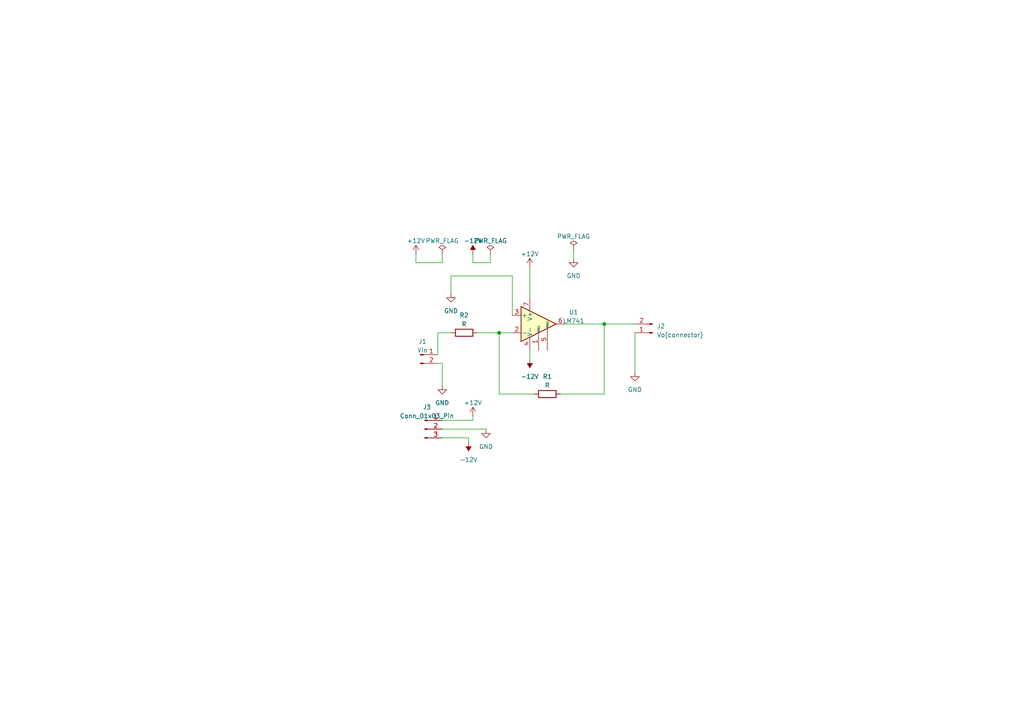
<source format=kicad_sch>
(kicad_sch (version 20230121) (generator eeschema)

  (uuid 2d447fb4-6709-44cc-bcf5-3a7d94852640)

  (paper "A4")

  (lib_symbols
    (symbol "Amplifier_Operational:LM741" (pin_names (offset 0.127)) (in_bom yes) (on_board yes)
      (property "Reference" "U" (at 0 6.35 0)
        (effects (font (size 1.27 1.27)) (justify left))
      )
      (property "Value" "LM741" (at 0 3.81 0)
        (effects (font (size 1.27 1.27)) (justify left))
      )
      (property "Footprint" "" (at 1.27 1.27 0)
        (effects (font (size 1.27 1.27)) hide)
      )
      (property "Datasheet" "http://www.ti.com/lit/ds/symlink/lm741.pdf" (at 3.81 3.81 0)
        (effects (font (size 1.27 1.27)) hide)
      )
      (property "ki_keywords" "single opamp" (at 0 0 0)
        (effects (font (size 1.27 1.27)) hide)
      )
      (property "ki_description" "Operational Amplifier, DIP-8/TO-99-8" (at 0 0 0)
        (effects (font (size 1.27 1.27)) hide)
      )
      (property "ki_fp_filters" "SOIC*3.9x4.9mm*P1.27mm* DIP*W7.62mm* TSSOP*3x3mm*P0.65mm*" (at 0 0 0)
        (effects (font (size 1.27 1.27)) hide)
      )
      (symbol "LM741_0_1"
        (polyline
          (pts
            (xy -5.08 5.08)
            (xy 5.08 0)
            (xy -5.08 -5.08)
            (xy -5.08 5.08)
          )
          (stroke (width 0.254) (type default))
          (fill (type background))
        )
      )
      (symbol "LM741_1_1"
        (pin input line (at 0 -7.62 90) (length 5.08)
          (name "NULL" (effects (font (size 0.508 0.508))))
          (number "1" (effects (font (size 1.27 1.27))))
        )
        (pin input line (at -7.62 -2.54 0) (length 2.54)
          (name "-" (effects (font (size 1.27 1.27))))
          (number "2" (effects (font (size 1.27 1.27))))
        )
        (pin input line (at -7.62 2.54 0) (length 2.54)
          (name "+" (effects (font (size 1.27 1.27))))
          (number "3" (effects (font (size 1.27 1.27))))
        )
        (pin power_in line (at -2.54 -7.62 90) (length 3.81)
          (name "V-" (effects (font (size 1.27 1.27))))
          (number "4" (effects (font (size 1.27 1.27))))
        )
        (pin input line (at 2.54 -7.62 90) (length 6.35)
          (name "NULL" (effects (font (size 0.508 0.508))))
          (number "5" (effects (font (size 1.27 1.27))))
        )
        (pin output line (at 7.62 0 180) (length 2.54)
          (name "~" (effects (font (size 1.27 1.27))))
          (number "6" (effects (font (size 1.27 1.27))))
        )
        (pin power_in line (at -2.54 7.62 270) (length 3.81)
          (name "V+" (effects (font (size 1.27 1.27))))
          (number "7" (effects (font (size 1.27 1.27))))
        )
        (pin no_connect line (at 0 2.54 270) (length 2.54) hide
          (name "NC" (effects (font (size 1.27 1.27))))
          (number "8" (effects (font (size 1.27 1.27))))
        )
      )
    )
    (symbol "Connector:Conn_01x02_Pin" (pin_names (offset 1.016) hide) (in_bom yes) (on_board yes)
      (property "Reference" "J" (at 0 2.54 0)
        (effects (font (size 1.27 1.27)))
      )
      (property "Value" "Conn_01x02_Pin" (at 0 -5.08 0)
        (effects (font (size 1.27 1.27)))
      )
      (property "Footprint" "" (at 0 0 0)
        (effects (font (size 1.27 1.27)) hide)
      )
      (property "Datasheet" "~" (at 0 0 0)
        (effects (font (size 1.27 1.27)) hide)
      )
      (property "ki_locked" "" (at 0 0 0)
        (effects (font (size 1.27 1.27)))
      )
      (property "ki_keywords" "connector" (at 0 0 0)
        (effects (font (size 1.27 1.27)) hide)
      )
      (property "ki_description" "Generic connector, single row, 01x02, script generated" (at 0 0 0)
        (effects (font (size 1.27 1.27)) hide)
      )
      (property "ki_fp_filters" "Connector*:*_1x??_*" (at 0 0 0)
        (effects (font (size 1.27 1.27)) hide)
      )
      (symbol "Conn_01x02_Pin_1_1"
        (polyline
          (pts
            (xy 1.27 -2.54)
            (xy 0.8636 -2.54)
          )
          (stroke (width 0.1524) (type default))
          (fill (type none))
        )
        (polyline
          (pts
            (xy 1.27 0)
            (xy 0.8636 0)
          )
          (stroke (width 0.1524) (type default))
          (fill (type none))
        )
        (rectangle (start 0.8636 -2.413) (end 0 -2.667)
          (stroke (width 0.1524) (type default))
          (fill (type outline))
        )
        (rectangle (start 0.8636 0.127) (end 0 -0.127)
          (stroke (width 0.1524) (type default))
          (fill (type outline))
        )
        (pin passive line (at 5.08 0 180) (length 3.81)
          (name "Pin_1" (effects (font (size 1.27 1.27))))
          (number "1" (effects (font (size 1.27 1.27))))
        )
        (pin passive line (at 5.08 -2.54 180) (length 3.81)
          (name "Pin_2" (effects (font (size 1.27 1.27))))
          (number "2" (effects (font (size 1.27 1.27))))
        )
      )
    )
    (symbol "Connector:Conn_01x03_Pin" (pin_names (offset 1.016) hide) (in_bom yes) (on_board yes)
      (property "Reference" "J" (at 0 5.08 0)
        (effects (font (size 1.27 1.27)))
      )
      (property "Value" "Conn_01x03_Pin" (at 0 -5.08 0)
        (effects (font (size 1.27 1.27)))
      )
      (property "Footprint" "" (at 0 0 0)
        (effects (font (size 1.27 1.27)) hide)
      )
      (property "Datasheet" "~" (at 0 0 0)
        (effects (font (size 1.27 1.27)) hide)
      )
      (property "ki_locked" "" (at 0 0 0)
        (effects (font (size 1.27 1.27)))
      )
      (property "ki_keywords" "connector" (at 0 0 0)
        (effects (font (size 1.27 1.27)) hide)
      )
      (property "ki_description" "Generic connector, single row, 01x03, script generated" (at 0 0 0)
        (effects (font (size 1.27 1.27)) hide)
      )
      (property "ki_fp_filters" "Connector*:*_1x??_*" (at 0 0 0)
        (effects (font (size 1.27 1.27)) hide)
      )
      (symbol "Conn_01x03_Pin_1_1"
        (polyline
          (pts
            (xy 1.27 -2.54)
            (xy 0.8636 -2.54)
          )
          (stroke (width 0.1524) (type default))
          (fill (type none))
        )
        (polyline
          (pts
            (xy 1.27 0)
            (xy 0.8636 0)
          )
          (stroke (width 0.1524) (type default))
          (fill (type none))
        )
        (polyline
          (pts
            (xy 1.27 2.54)
            (xy 0.8636 2.54)
          )
          (stroke (width 0.1524) (type default))
          (fill (type none))
        )
        (rectangle (start 0.8636 -2.413) (end 0 -2.667)
          (stroke (width 0.1524) (type default))
          (fill (type outline))
        )
        (rectangle (start 0.8636 0.127) (end 0 -0.127)
          (stroke (width 0.1524) (type default))
          (fill (type outline))
        )
        (rectangle (start 0.8636 2.667) (end 0 2.413)
          (stroke (width 0.1524) (type default))
          (fill (type outline))
        )
        (pin passive line (at 5.08 2.54 180) (length 3.81)
          (name "Pin_1" (effects (font (size 1.27 1.27))))
          (number "1" (effects (font (size 1.27 1.27))))
        )
        (pin passive line (at 5.08 0 180) (length 3.81)
          (name "Pin_2" (effects (font (size 1.27 1.27))))
          (number "2" (effects (font (size 1.27 1.27))))
        )
        (pin passive line (at 5.08 -2.54 180) (length 3.81)
          (name "Pin_3" (effects (font (size 1.27 1.27))))
          (number "3" (effects (font (size 1.27 1.27))))
        )
      )
    )
    (symbol "Device:R" (pin_numbers hide) (pin_names (offset 0)) (in_bom yes) (on_board yes)
      (property "Reference" "R" (at 2.032 0 90)
        (effects (font (size 1.27 1.27)))
      )
      (property "Value" "R" (at 0 0 90)
        (effects (font (size 1.27 1.27)))
      )
      (property "Footprint" "" (at -1.778 0 90)
        (effects (font (size 1.27 1.27)) hide)
      )
      (property "Datasheet" "~" (at 0 0 0)
        (effects (font (size 1.27 1.27)) hide)
      )
      (property "ki_keywords" "R res resistor" (at 0 0 0)
        (effects (font (size 1.27 1.27)) hide)
      )
      (property "ki_description" "Resistor" (at 0 0 0)
        (effects (font (size 1.27 1.27)) hide)
      )
      (property "ki_fp_filters" "R_*" (at 0 0 0)
        (effects (font (size 1.27 1.27)) hide)
      )
      (symbol "R_0_1"
        (rectangle (start -1.016 -2.54) (end 1.016 2.54)
          (stroke (width 0.254) (type default))
          (fill (type none))
        )
      )
      (symbol "R_1_1"
        (pin passive line (at 0 3.81 270) (length 1.27)
          (name "~" (effects (font (size 1.27 1.27))))
          (number "1" (effects (font (size 1.27 1.27))))
        )
        (pin passive line (at 0 -3.81 90) (length 1.27)
          (name "~" (effects (font (size 1.27 1.27))))
          (number "2" (effects (font (size 1.27 1.27))))
        )
      )
    )
    (symbol "power:+12V" (power) (pin_names (offset 0)) (in_bom yes) (on_board yes)
      (property "Reference" "#PWR" (at 0 -3.81 0)
        (effects (font (size 1.27 1.27)) hide)
      )
      (property "Value" "+12V" (at 0 3.556 0)
        (effects (font (size 1.27 1.27)))
      )
      (property "Footprint" "" (at 0 0 0)
        (effects (font (size 1.27 1.27)) hide)
      )
      (property "Datasheet" "" (at 0 0 0)
        (effects (font (size 1.27 1.27)) hide)
      )
      (property "ki_keywords" "global power" (at 0 0 0)
        (effects (font (size 1.27 1.27)) hide)
      )
      (property "ki_description" "Power symbol creates a global label with name \"+12V\"" (at 0 0 0)
        (effects (font (size 1.27 1.27)) hide)
      )
      (symbol "+12V_0_1"
        (polyline
          (pts
            (xy -0.762 1.27)
            (xy 0 2.54)
          )
          (stroke (width 0) (type default))
          (fill (type none))
        )
        (polyline
          (pts
            (xy 0 0)
            (xy 0 2.54)
          )
          (stroke (width 0) (type default))
          (fill (type none))
        )
        (polyline
          (pts
            (xy 0 2.54)
            (xy 0.762 1.27)
          )
          (stroke (width 0) (type default))
          (fill (type none))
        )
      )
      (symbol "+12V_1_1"
        (pin power_in line (at 0 0 90) (length 0) hide
          (name "+12V" (effects (font (size 1.27 1.27))))
          (number "1" (effects (font (size 1.27 1.27))))
        )
      )
    )
    (symbol "power:-12V" (power) (pin_names (offset 0)) (in_bom yes) (on_board yes)
      (property "Reference" "#PWR" (at 0 2.54 0)
        (effects (font (size 1.27 1.27)) hide)
      )
      (property "Value" "-12V" (at 0 3.81 0)
        (effects (font (size 1.27 1.27)))
      )
      (property "Footprint" "" (at 0 0 0)
        (effects (font (size 1.27 1.27)) hide)
      )
      (property "Datasheet" "" (at 0 0 0)
        (effects (font (size 1.27 1.27)) hide)
      )
      (property "ki_keywords" "global power" (at 0 0 0)
        (effects (font (size 1.27 1.27)) hide)
      )
      (property "ki_description" "Power symbol creates a global label with name \"-12V\"" (at 0 0 0)
        (effects (font (size 1.27 1.27)) hide)
      )
      (symbol "-12V_0_0"
        (pin power_in line (at 0 0 90) (length 0) hide
          (name "-12V" (effects (font (size 1.27 1.27))))
          (number "1" (effects (font (size 1.27 1.27))))
        )
      )
      (symbol "-12V_0_1"
        (polyline
          (pts
            (xy 0 0)
            (xy 0 1.27)
            (xy 0.762 1.27)
            (xy 0 2.54)
            (xy -0.762 1.27)
            (xy 0 1.27)
          )
          (stroke (width 0) (type default))
          (fill (type outline))
        )
      )
    )
    (symbol "power:GND" (power) (pin_names (offset 0)) (in_bom yes) (on_board yes)
      (property "Reference" "#PWR" (at 0 -6.35 0)
        (effects (font (size 1.27 1.27)) hide)
      )
      (property "Value" "GND" (at 0 -3.81 0)
        (effects (font (size 1.27 1.27)))
      )
      (property "Footprint" "" (at 0 0 0)
        (effects (font (size 1.27 1.27)) hide)
      )
      (property "Datasheet" "" (at 0 0 0)
        (effects (font (size 1.27 1.27)) hide)
      )
      (property "ki_keywords" "global power" (at 0 0 0)
        (effects (font (size 1.27 1.27)) hide)
      )
      (property "ki_description" "Power symbol creates a global label with name \"GND\" , ground" (at 0 0 0)
        (effects (font (size 1.27 1.27)) hide)
      )
      (symbol "GND_0_1"
        (polyline
          (pts
            (xy 0 0)
            (xy 0 -1.27)
            (xy 1.27 -1.27)
            (xy 0 -2.54)
            (xy -1.27 -1.27)
            (xy 0 -1.27)
          )
          (stroke (width 0) (type default))
          (fill (type none))
        )
      )
      (symbol "GND_1_1"
        (pin power_in line (at 0 0 270) (length 0) hide
          (name "GND" (effects (font (size 1.27 1.27))))
          (number "1" (effects (font (size 1.27 1.27))))
        )
      )
    )
    (symbol "power:PWR_FLAG" (power) (pin_numbers hide) (pin_names (offset 0) hide) (in_bom yes) (on_board yes)
      (property "Reference" "#FLG" (at 0 1.905 0)
        (effects (font (size 1.27 1.27)) hide)
      )
      (property "Value" "PWR_FLAG" (at 0 3.81 0)
        (effects (font (size 1.27 1.27)))
      )
      (property "Footprint" "" (at 0 0 0)
        (effects (font (size 1.27 1.27)) hide)
      )
      (property "Datasheet" "~" (at 0 0 0)
        (effects (font (size 1.27 1.27)) hide)
      )
      (property "ki_keywords" "flag power" (at 0 0 0)
        (effects (font (size 1.27 1.27)) hide)
      )
      (property "ki_description" "Special symbol for telling ERC where power comes from" (at 0 0 0)
        (effects (font (size 1.27 1.27)) hide)
      )
      (symbol "PWR_FLAG_0_0"
        (pin power_out line (at 0 0 90) (length 0)
          (name "pwr" (effects (font (size 1.27 1.27))))
          (number "1" (effects (font (size 1.27 1.27))))
        )
      )
      (symbol "PWR_FLAG_0_1"
        (polyline
          (pts
            (xy 0 0)
            (xy 0 1.27)
            (xy -1.016 1.905)
            (xy 0 2.54)
            (xy 1.016 1.905)
            (xy 0 1.27)
          )
          (stroke (width 0) (type default))
          (fill (type none))
        )
      )
    )
  )

  (junction (at 144.78 96.52) (diameter 0) (color 0 0 0 0)
    (uuid 14520cdd-3437-4495-8ae6-b604cdb17016)
  )
  (junction (at 175.26 93.98) (diameter 0) (color 0 0 0 0)
    (uuid b5966515-eb8e-4bd4-9ab4-543ba16fae5d)
  )

  (wire (pts (xy 175.26 93.98) (xy 184.15 93.98))
    (stroke (width 0) (type default))
    (uuid 03cc547a-0458-4113-b2ed-decc281aa9a6)
  )
  (wire (pts (xy 130.81 96.52) (xy 127 96.52))
    (stroke (width 0) (type default))
    (uuid 0680653b-4917-4d8d-b17d-c7e79b75c15c)
  )
  (wire (pts (xy 137.16 76.2) (xy 137.16 73.66))
    (stroke (width 0) (type default))
    (uuid 13b86f0e-4d17-4bf6-8bac-ef4c128ffe72)
  )
  (wire (pts (xy 184.15 96.52) (xy 184.15 107.95))
    (stroke (width 0) (type default))
    (uuid 1f27d9fa-822f-432e-ac90-58d25f5e52c4)
  )
  (wire (pts (xy 127 96.52) (xy 127 102.87))
    (stroke (width 0) (type default))
    (uuid 255d1073-9175-44a0-9286-2afdb6d8131b)
  )
  (wire (pts (xy 135.89 128.27) (xy 135.89 127))
    (stroke (width 0) (type default))
    (uuid 3361ad3e-04bb-440e-9b1c-86600b741a03)
  )
  (wire (pts (xy 120.65 76.2) (xy 120.65 73.66))
    (stroke (width 0) (type default))
    (uuid 360895ba-9002-41fb-98cb-8ac4c0ce18bd)
  )
  (wire (pts (xy 175.26 93.98) (xy 163.83 93.98))
    (stroke (width 0) (type default))
    (uuid 415eb400-8ce6-4b51-9931-e5175c95c5e2)
  )
  (wire (pts (xy 135.89 127) (xy 128.27 127))
    (stroke (width 0) (type default))
    (uuid 54f21bf3-f6b2-4549-8bbe-b35aec90ce93)
  )
  (wire (pts (xy 166.37 72.39) (xy 166.37 74.93))
    (stroke (width 0) (type default))
    (uuid 78f86b1a-e841-4d48-9393-86b7720989df)
  )
  (wire (pts (xy 153.67 101.6) (xy 153.67 104.14))
    (stroke (width 0) (type default))
    (uuid 823670ec-9c78-40ed-8401-18d15ad1b54a)
  )
  (wire (pts (xy 137.16 121.92) (xy 137.16 120.65))
    (stroke (width 0) (type default))
    (uuid 8beb05d6-c982-41b0-98f4-3b7685528520)
  )
  (wire (pts (xy 142.24 76.2) (xy 137.16 76.2))
    (stroke (width 0) (type default))
    (uuid 8f936c60-4d09-4b46-8972-56641cf0abee)
  )
  (wire (pts (xy 148.59 80.01) (xy 148.59 91.44))
    (stroke (width 0) (type default))
    (uuid 904458e6-d8ba-494c-98af-3d9a085be07b)
  )
  (wire (pts (xy 130.81 80.01) (xy 130.81 85.09))
    (stroke (width 0) (type default))
    (uuid 9a0dae8f-8041-4503-a1b3-e961b2462e93)
  )
  (wire (pts (xy 128.27 105.41) (xy 128.27 111.76))
    (stroke (width 0) (type default))
    (uuid 9ba6afc2-6f94-45af-9198-ca95ff31450d)
  )
  (wire (pts (xy 144.78 96.52) (xy 148.59 96.52))
    (stroke (width 0) (type default))
    (uuid 9c697ae2-9f4d-45cf-bb90-13340805d4f2)
  )
  (wire (pts (xy 142.24 73.66) (xy 142.24 76.2))
    (stroke (width 0) (type default))
    (uuid a08a5ad3-fddc-45c1-a65a-02acb72016cd)
  )
  (wire (pts (xy 175.26 114.3) (xy 175.26 93.98))
    (stroke (width 0) (type default))
    (uuid abc20931-fbcb-4ce9-934d-6be60e2c7453)
  )
  (wire (pts (xy 130.81 80.01) (xy 148.59 80.01))
    (stroke (width 0) (type default))
    (uuid b3975bc3-abb3-4299-8f05-09ceaebdfc90)
  )
  (wire (pts (xy 138.43 96.52) (xy 144.78 96.52))
    (stroke (width 0) (type default))
    (uuid b82b966a-67a4-4e4b-bea6-9d2b51db2742)
  )
  (wire (pts (xy 128.27 76.2) (xy 120.65 76.2))
    (stroke (width 0) (type default))
    (uuid b8cd6dba-eaa6-4eb8-aa64-bd203b80c4db)
  )
  (wire (pts (xy 128.27 121.92) (xy 137.16 121.92))
    (stroke (width 0) (type default))
    (uuid c4d987f1-8675-43b8-bd60-e431b113044c)
  )
  (wire (pts (xy 154.94 114.3) (xy 144.78 114.3))
    (stroke (width 0) (type default))
    (uuid caf4f2ad-c61d-4d72-90b1-c7ddad0f4efd)
  )
  (wire (pts (xy 153.67 86.36) (xy 153.67 77.47))
    (stroke (width 0) (type default))
    (uuid d3be2426-ac50-470f-af30-0a92d9a53c3c)
  )
  (wire (pts (xy 128.27 73.66) (xy 128.27 76.2))
    (stroke (width 0) (type default))
    (uuid d90754b2-f047-4348-9f57-f6690ae005a5)
  )
  (wire (pts (xy 162.56 114.3) (xy 175.26 114.3))
    (stroke (width 0) (type default))
    (uuid e17b8011-d3d6-495e-bef0-87bd4a74f375)
  )
  (wire (pts (xy 128.27 124.46) (xy 140.97 124.46))
    (stroke (width 0) (type default))
    (uuid e1c75dc9-44c5-404e-96f6-a45e962c916a)
  )
  (wire (pts (xy 127 105.41) (xy 128.27 105.41))
    (stroke (width 0) (type default))
    (uuid e3286af8-20b8-4c4e-9e66-ec01a524b0d9)
  )
  (wire (pts (xy 144.78 114.3) (xy 144.78 96.52))
    (stroke (width 0) (type default))
    (uuid ec49707f-699e-4f65-b32f-561a79abd4cb)
  )

  (symbol (lib_id "Device:R") (at 134.62 96.52 90) (unit 1)
    (in_bom yes) (on_board yes) (dnp no) (fields_autoplaced)
    (uuid 08593409-f7d8-4362-a614-eff2846de564)
    (property "Reference" "R2" (at 134.62 91.44 90)
      (effects (font (size 1.27 1.27)))
    )
    (property "Value" "R" (at 134.62 93.98 90)
      (effects (font (size 1.27 1.27)))
    )
    (property "Footprint" "" (at 134.62 98.298 90)
      (effects (font (size 1.27 1.27)) hide)
    )
    (property "Datasheet" "~" (at 134.62 96.52 0)
      (effects (font (size 1.27 1.27)) hide)
    )
    (pin "1" (uuid 0b78dc3b-0a81-4d56-b138-8ee56bdac620))
    (pin "2" (uuid 799e487a-8fd7-4be3-b71a-3b986c99c8db))
    (instances
      (project "Inverting opamp"
        (path "/2d447fb4-6709-44cc-bcf5-3a7d94852640"
          (reference "R2") (unit 1)
        )
      )
    )
  )

  (symbol (lib_id "power:-12V") (at 153.67 104.14 180) (unit 1)
    (in_bom yes) (on_board yes) (dnp no) (fields_autoplaced)
    (uuid 0ab61734-e000-4db7-9110-18cb37b1860d)
    (property "Reference" "#PWR04" (at 153.67 106.68 0)
      (effects (font (size 1.27 1.27)) hide)
    )
    (property "Value" "-12V" (at 153.67 109.22 0)
      (effects (font (size 1.27 1.27)))
    )
    (property "Footprint" "" (at 153.67 104.14 0)
      (effects (font (size 1.27 1.27)) hide)
    )
    (property "Datasheet" "" (at 153.67 104.14 0)
      (effects (font (size 1.27 1.27)) hide)
    )
    (pin "1" (uuid 56d697ab-5730-417a-9787-8bfee1b20dca))
    (instances
      (project "Inverting opamp"
        (path "/2d447fb4-6709-44cc-bcf5-3a7d94852640"
          (reference "#PWR04") (unit 1)
        )
      )
    )
  )

  (symbol (lib_id "power:PWR_FLAG") (at 142.24 73.66 0) (unit 1)
    (in_bom yes) (on_board yes) (dnp no) (fields_autoplaced)
    (uuid 1e843054-4ee6-42b5-8bbf-3aedea3b0015)
    (property "Reference" "#FLG01" (at 142.24 71.755 0)
      (effects (font (size 1.27 1.27)) hide)
    )
    (property "Value" "PWR_FLAG" (at 142.24 69.85 0)
      (effects (font (size 1.27 1.27)))
    )
    (property "Footprint" "" (at 142.24 73.66 0)
      (effects (font (size 1.27 1.27)) hide)
    )
    (property "Datasheet" "~" (at 142.24 73.66 0)
      (effects (font (size 1.27 1.27)) hide)
    )
    (pin "1" (uuid f4931f5d-ebdc-4de9-869c-24830c5e8a1b))
    (instances
      (project "Inverting opamp"
        (path "/2d447fb4-6709-44cc-bcf5-3a7d94852640"
          (reference "#FLG01") (unit 1)
        )
      )
    )
  )

  (symbol (lib_id "power:-12V") (at 137.16 73.66 0) (unit 1)
    (in_bom yes) (on_board yes) (dnp no) (fields_autoplaced)
    (uuid 2c72ae70-4949-4fa8-a496-7e02536732e7)
    (property "Reference" "#PWR011" (at 137.16 71.12 0)
      (effects (font (size 1.27 1.27)) hide)
    )
    (property "Value" "-12V" (at 137.16 69.85 0)
      (effects (font (size 1.27 1.27)))
    )
    (property "Footprint" "" (at 137.16 73.66 0)
      (effects (font (size 1.27 1.27)) hide)
    )
    (property "Datasheet" "" (at 137.16 73.66 0)
      (effects (font (size 1.27 1.27)) hide)
    )
    (pin "1" (uuid 9b978b17-9c31-43ef-a310-2dd8ab9dae47))
    (instances
      (project "Inverting opamp"
        (path "/2d447fb4-6709-44cc-bcf5-3a7d94852640"
          (reference "#PWR011") (unit 1)
        )
      )
    )
  )

  (symbol (lib_id "Amplifier_Operational:LM741") (at 156.21 93.98 0) (unit 1)
    (in_bom yes) (on_board yes) (dnp no) (fields_autoplaced)
    (uuid 502bfa18-f4e9-4573-a26e-e5927aa4d0b3)
    (property "Reference" "U1" (at 166.37 90.5511 0)
      (effects (font (size 1.27 1.27)))
    )
    (property "Value" "LM741" (at 166.37 93.0911 0)
      (effects (font (size 1.27 1.27)))
    )
    (property "Footprint" "" (at 157.48 92.71 0)
      (effects (font (size 1.27 1.27)) hide)
    )
    (property "Datasheet" "http://www.ti.com/lit/ds/symlink/lm741.pdf" (at 160.02 90.17 0)
      (effects (font (size 1.27 1.27)) hide)
    )
    (pin "1" (uuid 32c7e9c7-ef0a-4e43-9a66-09ef60f30cf4))
    (pin "2" (uuid f0a32619-6a3d-42b2-a80d-02b932f75d66))
    (pin "3" (uuid c8ec7d4f-48ad-427b-aae2-a2ef679784fe))
    (pin "4" (uuid f1296cf3-5a06-480f-8eb7-9fa3919a94f4))
    (pin "5" (uuid 0700a2ce-4d55-4278-8d4b-7e9cc14e7c0c))
    (pin "6" (uuid ba4c2ce0-f755-4ccb-ad6b-4c4da46639a4))
    (pin "7" (uuid 735c2557-7f6c-4cfc-a99a-f276b7b17266))
    (pin "8" (uuid 2f58b857-3640-48ff-8c4d-587fc78e9ae7))
    (instances
      (project "Inverting opamp"
        (path "/2d447fb4-6709-44cc-bcf5-3a7d94852640"
          (reference "U1") (unit 1)
        )
      )
    )
  )

  (symbol (lib_id "power:GND") (at 128.27 111.76 0) (unit 1)
    (in_bom yes) (on_board yes) (dnp no) (fields_autoplaced)
    (uuid 60561695-777f-4fd3-9286-26bef803a69c)
    (property "Reference" "#PWR02" (at 128.27 118.11 0)
      (effects (font (size 1.27 1.27)) hide)
    )
    (property "Value" "GND" (at 128.27 116.84 0)
      (effects (font (size 1.27 1.27)))
    )
    (property "Footprint" "" (at 128.27 111.76 0)
      (effects (font (size 1.27 1.27)) hide)
    )
    (property "Datasheet" "" (at 128.27 111.76 0)
      (effects (font (size 1.27 1.27)) hide)
    )
    (pin "1" (uuid bfa18812-c3d0-4f7a-8a23-3560dd0fdda0))
    (instances
      (project "Inverting opamp"
        (path "/2d447fb4-6709-44cc-bcf5-3a7d94852640"
          (reference "#PWR02") (unit 1)
        )
      )
    )
  )

  (symbol (lib_id "Connector:Conn_01x03_Pin") (at 123.19 124.46 0) (unit 1)
    (in_bom yes) (on_board yes) (dnp no) (fields_autoplaced)
    (uuid 659a3e6b-befb-4708-9808-9a8059ce277a)
    (property "Reference" "J3" (at 123.825 118.11 0)
      (effects (font (size 1.27 1.27)))
    )
    (property "Value" "Conn_01x03_Pin" (at 123.825 120.65 0)
      (effects (font (size 1.27 1.27)))
    )
    (property "Footprint" "" (at 123.19 124.46 0)
      (effects (font (size 1.27 1.27)) hide)
    )
    (property "Datasheet" "~" (at 123.19 124.46 0)
      (effects (font (size 1.27 1.27)) hide)
    )
    (pin "1" (uuid 43fb88f6-0880-4adb-98b5-54aebeb2238c))
    (pin "2" (uuid 3c50f4ea-3e3d-4f2d-a913-47b8b63d7b5f))
    (pin "3" (uuid 9cda0366-7f17-4423-82f0-98b52ab5c0ab))
    (instances
      (project "Inverting opamp"
        (path "/2d447fb4-6709-44cc-bcf5-3a7d94852640"
          (reference "J3") (unit 1)
        )
      )
    )
  )

  (symbol (lib_id "power:GND") (at 130.81 85.09 0) (unit 1)
    (in_bom yes) (on_board yes) (dnp no) (fields_autoplaced)
    (uuid 7aab6c88-f44b-4a75-ab9c-703a0a9936a0)
    (property "Reference" "#PWR01" (at 130.81 91.44 0)
      (effects (font (size 1.27 1.27)) hide)
    )
    (property "Value" "GND" (at 130.81 90.17 0)
      (effects (font (size 1.27 1.27)))
    )
    (property "Footprint" "" (at 130.81 85.09 0)
      (effects (font (size 1.27 1.27)) hide)
    )
    (property "Datasheet" "" (at 130.81 85.09 0)
      (effects (font (size 1.27 1.27)) hide)
    )
    (pin "1" (uuid 4166f6c4-c553-4d09-9fa3-871106dbdbf9))
    (instances
      (project "Inverting opamp"
        (path "/2d447fb4-6709-44cc-bcf5-3a7d94852640"
          (reference "#PWR01") (unit 1)
        )
      )
    )
  )

  (symbol (lib_id "power:GND") (at 140.97 124.46 0) (unit 1)
    (in_bom yes) (on_board yes) (dnp no) (fields_autoplaced)
    (uuid 89765cf6-5aa4-4561-8813-1dfffda2bb61)
    (property "Reference" "#PWR08" (at 140.97 130.81 0)
      (effects (font (size 1.27 1.27)) hide)
    )
    (property "Value" "GND" (at 140.97 129.54 0)
      (effects (font (size 1.27 1.27)))
    )
    (property "Footprint" "" (at 140.97 124.46 0)
      (effects (font (size 1.27 1.27)) hide)
    )
    (property "Datasheet" "" (at 140.97 124.46 0)
      (effects (font (size 1.27 1.27)) hide)
    )
    (pin "1" (uuid 550fa54f-1bcb-406f-9462-a8b78ae90271))
    (instances
      (project "Inverting opamp"
        (path "/2d447fb4-6709-44cc-bcf5-3a7d94852640"
          (reference "#PWR08") (unit 1)
        )
      )
    )
  )

  (symbol (lib_id "power:PWR_FLAG") (at 128.27 73.66 0) (unit 1)
    (in_bom yes) (on_board yes) (dnp no) (fields_autoplaced)
    (uuid 8b074ccd-89c9-4c50-b24e-cc982ec235e5)
    (property "Reference" "#FLG02" (at 128.27 71.755 0)
      (effects (font (size 1.27 1.27)) hide)
    )
    (property "Value" "PWR_FLAG" (at 128.27 69.85 0)
      (effects (font (size 1.27 1.27)))
    )
    (property "Footprint" "" (at 128.27 73.66 0)
      (effects (font (size 1.27 1.27)) hide)
    )
    (property "Datasheet" "~" (at 128.27 73.66 0)
      (effects (font (size 1.27 1.27)) hide)
    )
    (pin "1" (uuid f97004cb-22f4-4061-bf9d-b64d2e371ebd))
    (instances
      (project "Inverting opamp"
        (path "/2d447fb4-6709-44cc-bcf5-3a7d94852640"
          (reference "#FLG02") (unit 1)
        )
      )
    )
  )

  (symbol (lib_id "Connector:Conn_01x02_Pin") (at 121.92 102.87 0) (unit 1)
    (in_bom yes) (on_board yes) (dnp no) (fields_autoplaced)
    (uuid 934cfccd-3063-4e2d-8970-cf7872cbed5c)
    (property "Reference" "J1" (at 122.555 99.06 0)
      (effects (font (size 1.27 1.27)))
    )
    (property "Value" "Vin" (at 122.555 101.6 0)
      (effects (font (size 1.27 1.27)))
    )
    (property "Footprint" "" (at 121.92 102.87 0)
      (effects (font (size 1.27 1.27)) hide)
    )
    (property "Datasheet" "~" (at 121.92 102.87 0)
      (effects (font (size 1.27 1.27)) hide)
    )
    (pin "1" (uuid 860d8fb0-a2d6-423a-a7f2-938aca13f316))
    (pin "2" (uuid 796913b4-3d63-459d-85f6-bf40d79adfc1))
    (instances
      (project "Inverting opamp"
        (path "/2d447fb4-6709-44cc-bcf5-3a7d94852640"
          (reference "J1") (unit 1)
        )
      )
    )
  )

  (symbol (lib_id "power:-12V") (at 135.89 128.27 180) (unit 1)
    (in_bom yes) (on_board yes) (dnp no) (fields_autoplaced)
    (uuid a220a3c2-31f0-4803-bc7d-23d7171c57d2)
    (property "Reference" "#PWR07" (at 135.89 130.81 0)
      (effects (font (size 1.27 1.27)) hide)
    )
    (property "Value" "-12V" (at 135.89 133.35 0)
      (effects (font (size 1.27 1.27)))
    )
    (property "Footprint" "" (at 135.89 128.27 0)
      (effects (font (size 1.27 1.27)) hide)
    )
    (property "Datasheet" "" (at 135.89 128.27 0)
      (effects (font (size 1.27 1.27)) hide)
    )
    (pin "1" (uuid 055d3f4d-36bc-436b-8100-72dc26c77a83))
    (instances
      (project "Inverting opamp"
        (path "/2d447fb4-6709-44cc-bcf5-3a7d94852640"
          (reference "#PWR07") (unit 1)
        )
      )
    )
  )

  (symbol (lib_id "power:+12V") (at 153.67 77.47 0) (unit 1)
    (in_bom yes) (on_board yes) (dnp no) (fields_autoplaced)
    (uuid b6e05eff-c443-411c-b6ee-97e91392400e)
    (property "Reference" "#PWR03" (at 153.67 81.28 0)
      (effects (font (size 1.27 1.27)) hide)
    )
    (property "Value" "+12V" (at 153.67 73.66 0)
      (effects (font (size 1.27 1.27)))
    )
    (property "Footprint" "" (at 153.67 77.47 0)
      (effects (font (size 1.27 1.27)) hide)
    )
    (property "Datasheet" "" (at 153.67 77.47 0)
      (effects (font (size 1.27 1.27)) hide)
    )
    (pin "1" (uuid e23f5769-3757-421b-a21b-671e7aa37aec))
    (instances
      (project "Inverting opamp"
        (path "/2d447fb4-6709-44cc-bcf5-3a7d94852640"
          (reference "#PWR03") (unit 1)
        )
      )
    )
  )

  (symbol (lib_id "power:GND") (at 166.37 74.93 0) (unit 1)
    (in_bom yes) (on_board yes) (dnp no) (fields_autoplaced)
    (uuid bccfc36c-a7d9-4f40-96d0-f2d644922ecc)
    (property "Reference" "#PWR09" (at 166.37 81.28 0)
      (effects (font (size 1.27 1.27)) hide)
    )
    (property "Value" "GND" (at 166.37 80.01 0)
      (effects (font (size 1.27 1.27)))
    )
    (property "Footprint" "" (at 166.37 74.93 0)
      (effects (font (size 1.27 1.27)) hide)
    )
    (property "Datasheet" "" (at 166.37 74.93 0)
      (effects (font (size 1.27 1.27)) hide)
    )
    (pin "1" (uuid b908abfb-f1d7-47f4-b7c9-43259f31f676))
    (instances
      (project "Inverting opamp"
        (path "/2d447fb4-6709-44cc-bcf5-3a7d94852640"
          (reference "#PWR09") (unit 1)
        )
      )
    )
  )

  (symbol (lib_id "Connector:Conn_01x02_Pin") (at 189.23 96.52 180) (unit 1)
    (in_bom yes) (on_board yes) (dnp no) (fields_autoplaced)
    (uuid c0c30b8d-0625-4c07-a3b5-fff225b5a569)
    (property "Reference" "J2" (at 190.5 94.615 0)
      (effects (font (size 1.27 1.27)) (justify right))
    )
    (property "Value" "Vo(connector)" (at 190.5 97.155 0)
      (effects (font (size 1.27 1.27)) (justify right))
    )
    (property "Footprint" "" (at 189.23 96.52 0)
      (effects (font (size 1.27 1.27)) hide)
    )
    (property "Datasheet" "~" (at 189.23 96.52 0)
      (effects (font (size 1.27 1.27)) hide)
    )
    (pin "1" (uuid 94f7a88d-7ddf-421c-b64e-5dc4c6c9a458))
    (pin "2" (uuid dee91e77-7a60-4844-b53a-0abb4c2601cf))
    (instances
      (project "Inverting opamp"
        (path "/2d447fb4-6709-44cc-bcf5-3a7d94852640"
          (reference "J2") (unit 1)
        )
      )
    )
  )

  (symbol (lib_id "power:+12V") (at 137.16 120.65 0) (unit 1)
    (in_bom yes) (on_board yes) (dnp no) (fields_autoplaced)
    (uuid cc639966-e115-4490-9767-67115b5d9d4f)
    (property "Reference" "#PWR06" (at 137.16 124.46 0)
      (effects (font (size 1.27 1.27)) hide)
    )
    (property "Value" "+12V" (at 137.16 116.84 0)
      (effects (font (size 1.27 1.27)))
    )
    (property "Footprint" "" (at 137.16 120.65 0)
      (effects (font (size 1.27 1.27)) hide)
    )
    (property "Datasheet" "" (at 137.16 120.65 0)
      (effects (font (size 1.27 1.27)) hide)
    )
    (pin "1" (uuid 57065e07-9bfd-489e-8422-1b0ec4fcdd73))
    (instances
      (project "Inverting opamp"
        (path "/2d447fb4-6709-44cc-bcf5-3a7d94852640"
          (reference "#PWR06") (unit 1)
        )
      )
    )
  )

  (symbol (lib_id "power:PWR_FLAG") (at 166.37 72.39 0) (unit 1)
    (in_bom yes) (on_board yes) (dnp no) (fields_autoplaced)
    (uuid e5b32f58-e5aa-445d-885a-935d5286d740)
    (property "Reference" "#FLG03" (at 166.37 70.485 0)
      (effects (font (size 1.27 1.27)) hide)
    )
    (property "Value" "PWR_FLAG" (at 166.37 68.58 0)
      (effects (font (size 1.27 1.27)))
    )
    (property "Footprint" "" (at 166.37 72.39 0)
      (effects (font (size 1.27 1.27)) hide)
    )
    (property "Datasheet" "~" (at 166.37 72.39 0)
      (effects (font (size 1.27 1.27)) hide)
    )
    (pin "1" (uuid efebafcf-43e7-4086-9c71-35c3f5240497))
    (instances
      (project "Inverting opamp"
        (path "/2d447fb4-6709-44cc-bcf5-3a7d94852640"
          (reference "#FLG03") (unit 1)
        )
      )
    )
  )

  (symbol (lib_id "power:GND") (at 184.15 107.95 0) (unit 1)
    (in_bom yes) (on_board yes) (dnp no) (fields_autoplaced)
    (uuid ea909afe-d9d8-46e2-9ca3-8e5e93c1b612)
    (property "Reference" "#PWR05" (at 184.15 114.3 0)
      (effects (font (size 1.27 1.27)) hide)
    )
    (property "Value" "GND" (at 184.15 113.03 0)
      (effects (font (size 1.27 1.27)))
    )
    (property "Footprint" "" (at 184.15 107.95 0)
      (effects (font (size 1.27 1.27)) hide)
    )
    (property "Datasheet" "" (at 184.15 107.95 0)
      (effects (font (size 1.27 1.27)) hide)
    )
    (pin "1" (uuid b0be5c84-38f5-4ff0-b45e-0a5e474243c8))
    (instances
      (project "Inverting opamp"
        (path "/2d447fb4-6709-44cc-bcf5-3a7d94852640"
          (reference "#PWR05") (unit 1)
        )
      )
    )
  )

  (symbol (lib_id "power:+12V") (at 120.65 73.66 0) (unit 1)
    (in_bom yes) (on_board yes) (dnp no) (fields_autoplaced)
    (uuid f090499d-d58a-4fba-a9c7-1cc9d229aa9d)
    (property "Reference" "#PWR010" (at 120.65 77.47 0)
      (effects (font (size 1.27 1.27)) hide)
    )
    (property "Value" "+12V" (at 120.65 69.85 0)
      (effects (font (size 1.27 1.27)))
    )
    (property "Footprint" "" (at 120.65 73.66 0)
      (effects (font (size 1.27 1.27)) hide)
    )
    (property "Datasheet" "" (at 120.65 73.66 0)
      (effects (font (size 1.27 1.27)) hide)
    )
    (pin "1" (uuid 86c901be-d145-430b-ac7f-64a94a8eeaaf))
    (instances
      (project "Inverting opamp"
        (path "/2d447fb4-6709-44cc-bcf5-3a7d94852640"
          (reference "#PWR010") (unit 1)
        )
      )
    )
  )

  (symbol (lib_id "Device:R") (at 158.75 114.3 90) (unit 1)
    (in_bom yes) (on_board yes) (dnp no) (fields_autoplaced)
    (uuid fdcffcdb-0b8b-44df-a2ea-c372dcece295)
    (property "Reference" "R1" (at 158.75 109.22 90)
      (effects (font (size 1.27 1.27)))
    )
    (property "Value" "R" (at 158.75 111.76 90)
      (effects (font (size 1.27 1.27)))
    )
    (property "Footprint" "" (at 158.75 116.078 90)
      (effects (font (size 1.27 1.27)) hide)
    )
    (property "Datasheet" "~" (at 158.75 114.3 0)
      (effects (font (size 1.27 1.27)) hide)
    )
    (pin "1" (uuid b96beb10-d0d7-480d-a92a-e5a4718a731b))
    (pin "2" (uuid 808a3147-5a15-4380-8cbf-7c3f992fc6ea))
    (instances
      (project "Inverting opamp"
        (path "/2d447fb4-6709-44cc-bcf5-3a7d94852640"
          (reference "R1") (unit 1)
        )
      )
    )
  )

  (sheet_instances
    (path "/" (page "1"))
  )
)

</source>
